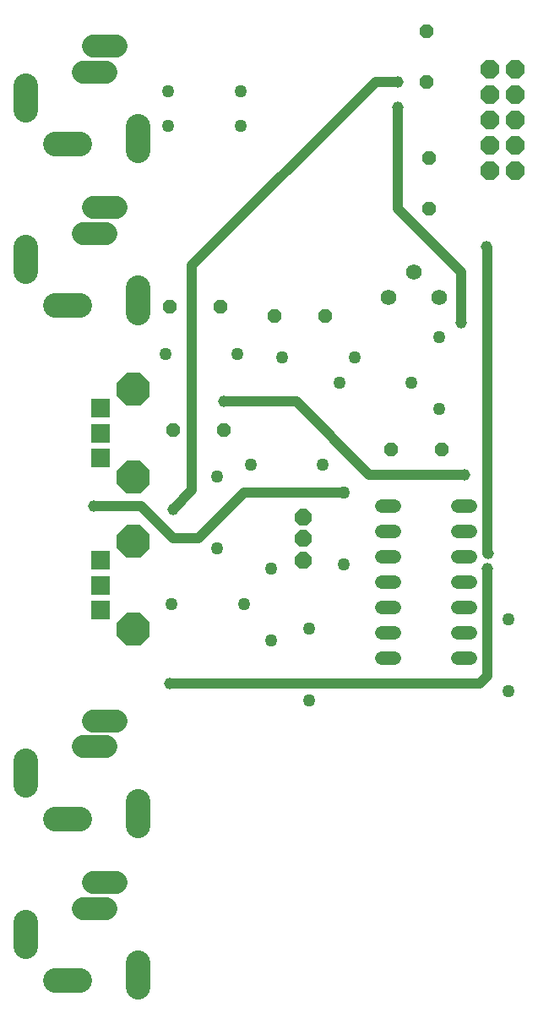
<source format=gbr>
G04 EAGLE Gerber RS-274X export*
G75*
%MOMM*%
%FSLAX34Y34*%
%LPD*%
%INTop Copper*%
%IPPOS*%
%AMOC8*
5,1,8,0,0,1.08239X$1,22.5*%
G01*
G04 Define Apertures*
%ADD10P,1.42962X8X202.5*%
%ADD11P,1.42962X8X22.5*%
%ADD12P,1.42962X8X292.5*%
%ADD13C,1.320800*%
%ADD14P,2.03446X8X292.5*%
%ADD15C,2.476500*%
%ADD16C,2.286000*%
%ADD17C,1.260000*%
%ADD18C,1.563700*%
%ADD19P,1.81452X8X292.5*%
%ADD20R,1.879600X1.879600*%
%ADD21P,3.57405X8X202.5*%
%ADD22C,1.168400*%
%ADD23C,1.016000*%
D10*
X431800Y565150D03*
X381000Y565150D03*
X212725Y584200D03*
X161925Y584200D03*
D11*
X158750Y708025D03*
X209550Y708025D03*
X263525Y698500D03*
X314325Y698500D03*
D12*
X415925Y984250D03*
X415925Y933450D03*
X419100Y857250D03*
X419100Y806450D03*
D13*
X384429Y508000D02*
X371221Y508000D01*
X371221Y482600D02*
X384429Y482600D01*
X384429Y355600D02*
X371221Y355600D01*
X447421Y355600D02*
X460629Y355600D01*
X384429Y457200D02*
X371221Y457200D01*
X371221Y431800D02*
X384429Y431800D01*
X384429Y381000D02*
X371221Y381000D01*
X371221Y406400D02*
X384429Y406400D01*
X447421Y381000D02*
X460629Y381000D01*
X460629Y406400D02*
X447421Y406400D01*
X447421Y431800D02*
X460629Y431800D01*
X460629Y457200D02*
X447421Y457200D01*
X447421Y482600D02*
X460629Y482600D01*
X460629Y508000D02*
X447421Y508000D01*
D14*
X479425Y946150D03*
X504825Y946150D03*
X479425Y920750D03*
X504825Y920750D03*
X479425Y895350D03*
X504825Y895350D03*
X479425Y869950D03*
X504825Y869950D03*
X479425Y844550D03*
X504825Y844550D03*
D15*
X13907Y91758D02*
X13907Y66993D01*
D16*
X71474Y105375D02*
X94334Y105375D01*
D15*
X126902Y50756D02*
X126902Y25991D01*
X68287Y33376D02*
X43522Y33376D01*
D16*
X81474Y131374D02*
X104334Y131374D01*
D15*
X13907Y228918D02*
X13907Y253683D01*
D16*
X71474Y267300D02*
X94334Y267300D01*
D15*
X126902Y212681D02*
X126902Y187916D01*
X68287Y195301D02*
X43522Y195301D01*
D16*
X81474Y293299D02*
X104334Y293299D01*
D15*
X13907Y905193D02*
X13907Y929958D01*
D16*
X71474Y943575D02*
X94334Y943575D01*
D15*
X126902Y888956D02*
X126902Y864191D01*
X68287Y871576D02*
X43522Y871576D01*
D16*
X81474Y969574D02*
X104334Y969574D01*
D15*
X13907Y768033D02*
X13907Y743268D01*
D16*
X71474Y781650D02*
X94334Y781650D01*
D15*
X126902Y727031D02*
X126902Y702266D01*
X68287Y709651D02*
X43522Y709651D01*
D16*
X81474Y807649D02*
X104334Y807649D01*
D17*
X206375Y537850D03*
X206375Y465450D03*
D18*
X377825Y717550D03*
X403225Y742950D03*
X428625Y717550D03*
D17*
X498475Y394975D03*
X498475Y322575D03*
X312425Y549275D03*
X240025Y549275D03*
X233050Y409575D03*
X160650Y409575D03*
X229875Y923925D03*
X157475Y923925D03*
X229875Y889000D03*
X157475Y889000D03*
X333375Y449575D03*
X333375Y521975D03*
X154300Y660400D03*
X226700Y660400D03*
X271775Y657225D03*
X344175Y657225D03*
X260350Y445775D03*
X260350Y373375D03*
X298450Y385450D03*
X298450Y313050D03*
X428625Y605150D03*
X428625Y677550D03*
X328925Y631825D03*
X401325Y631825D03*
D19*
X292517Y497424D03*
X292517Y475834D03*
X292517Y454244D03*
D20*
X89408Y453625D03*
X89408Y428625D03*
X89408Y403625D03*
D21*
X122408Y472625D03*
X122408Y384625D03*
D20*
X89408Y606025D03*
X89408Y581025D03*
X89408Y556025D03*
D21*
X122408Y625025D03*
X122408Y537025D03*
D22*
X82550Y508000D03*
D23*
X130175Y508000D01*
X161925Y476250D01*
X187325Y476250D01*
X233050Y521975D01*
X333375Y521975D01*
D22*
X212725Y612775D03*
X454025Y539750D03*
D23*
X358775Y539750D01*
X285750Y612775D01*
X212725Y612775D01*
D22*
X478155Y460375D03*
D23*
X477393Y767207D02*
X476250Y768350D01*
D22*
X476250Y768350D03*
X158750Y330200D03*
D23*
X469900Y330200D01*
D22*
X477393Y445643D03*
D23*
X477393Y461137D02*
X477393Y767207D01*
X477393Y461137D02*
X478155Y460375D01*
X477393Y337693D02*
X469900Y330200D01*
X477393Y337693D02*
X477393Y445643D01*
D22*
X450850Y692150D03*
D23*
X450850Y742950D01*
D22*
X387350Y908050D03*
D23*
X387350Y806450D01*
X450850Y742950D01*
D22*
X161925Y504825D03*
X387350Y933450D03*
D23*
X180975Y523875D02*
X161925Y504825D01*
X180975Y523875D02*
X180975Y749300D01*
X365125Y933450D01*
X387350Y933450D01*
M02*

</source>
